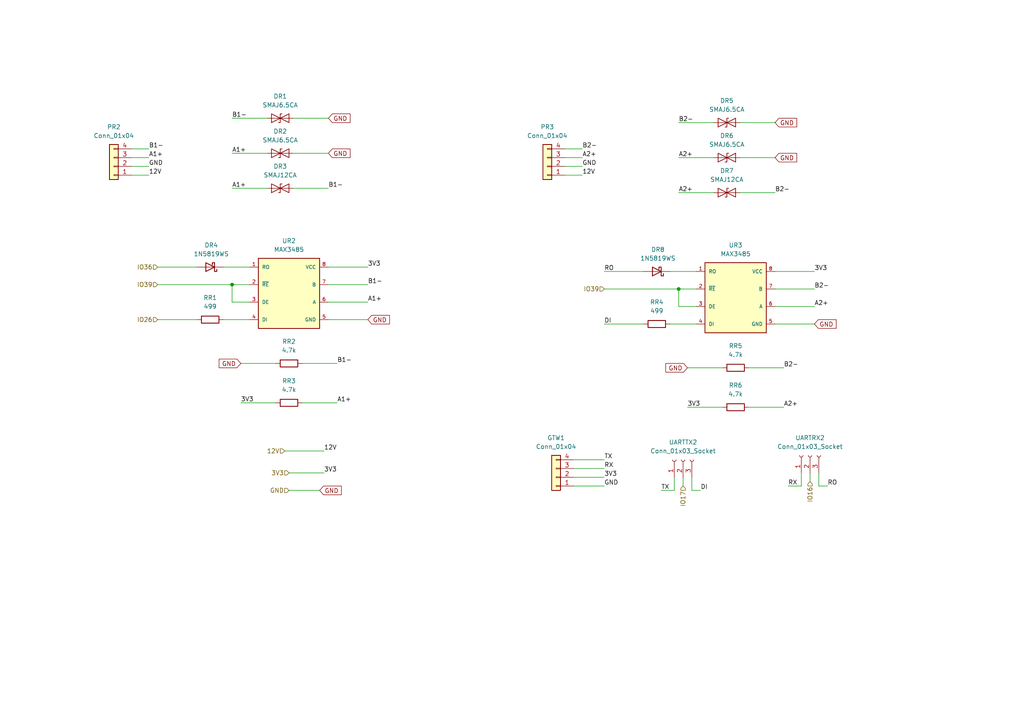
<source format=kicad_sch>
(kicad_sch (version 20250114) (generator "eeschema") (generator_version "9.0")
  (paper "A4")
  (lib_symbols
    (symbol "Connector:Conn_01x03_Socket" (pin_names (offset 1.016) (hide yes))
      (property "Reference" "J" (at 0 5.08 0))
      (property "Value" "Conn_01x03_Socket" (at 0 -5.08 0))
      (symbol "Conn_01x03_Socket_1_1"
        (polyline (pts (xy -1.27 2.54) (xy -0.508 2.54)) (stroke (width 0.1524)))
        (polyline (pts (xy -1.27 0) (xy -0.508 0)) (stroke (width 0.1524)))
        (polyline (pts (xy -1.27 -2.54) (xy -0.508 -2.54)) (stroke (width 0.1524)))
        (arc (start 0 2.032) (mid -0.5058 2.54) (end 0 3.048) (stroke (width 0.1524)))
        (arc (start 0 -0.508) (mid -0.5058 0) (end 0 0.508) (stroke (width 0.1524)))
        (arc (start 0 -3.048) (mid -0.5058 -2.54) (end 0 -2.032) (stroke (width 0.1524)))
        (pin passive line (at -5.08 2.54 0) (length 3.81) (name "Pin_1") (number "1"))
        (pin passive line (at -5.08 0 0) (length 3.81) (name "Pin_2") (number "2"))
        (pin passive line (at -5.08 -2.54 0) (length 3.81) (name "Pin_3") (number "3"))
      )
    )
    (symbol "Connector_Generic:Conn_01x04" (pin_names (offset 1.016) (hide yes))
      (property "Reference" "J" (at 0 5.08 0))
      (property "Value" "Conn_01x04" (at 0 -7.62 0))
      (symbol "Conn_01x04_1_1"
        (rectangle (start -1.27 3.81) (end 1.27 -6.35) (stroke (width 0.254)) (fill (type background)))
        (rectangle (start -1.27 2.667) (end 0 2.413) (stroke (width 0.1524)))
        (rectangle (start -1.27 0.127) (end 0 -0.127) (stroke (width 0.1524)))
        (rectangle (start -1.27 -2.413) (end 0 -2.667) (stroke (width 0.1524)))
        (rectangle (start -1.27 -4.953) (end 0 -5.207) (stroke (width 0.1524)))
        (pin passive line (at -5.08 2.54 0) (length 3.81) (name "Pin_1") (number "1"))
        (pin passive line (at -5.08 0 0) (length 3.81) (name "Pin_2") (number "2"))
        (pin passive line (at -5.08 -2.54 0) (length 3.81) (name "Pin_3") (number "3"))
        (pin passive line (at -5.08 -5.08 0) (length 3.81) (name "Pin_4") (number "4"))
      )
    )
    (symbol "Device:R" (pin_numbers (hide yes)) (pin_names (offset 0))
      (property "Reference" "R" (at 2.032 0 90))
      (property "Value" "R" (at 0 0 90))
      (symbol "R_0_1"
        (rectangle (start -1.016 -2.54) (end 1.016 2.54) (stroke (width 0.254)))
      )
      (symbol "R_1_1"
        (pin passive line (at 0 3.81 270) (length 1.27) (name "~") (number "1"))
        (pin passive line (at 0 -3.81 90) (length 1.27) (name "~") (number "2"))
      )
    )
    (symbol "Diode:1N5819WS" (pin_numbers (hide yes)) (pin_names (offset 1.016) (hide yes))
      (property "Reference" "D" (at 0 2.54 0))
      (property "Value" "1N5819WS" (at 0 -2.54 0))
      (symbol "1N5819WS_0_1"
        (polyline (pts (xy -1.905 0.635) (xy -1.905 1.27) (xy -1.27 1.27) (xy -1.27 -1.27) (xy -0.635 -1.27) (xy -0.635 -0.635)) (stroke (width 0.254)))
        (polyline (pts (xy 1.27 1.27) (xy 1.27 -1.27) (xy -1.27 0) (xy 1.27 1.27)) (stroke (width 0.254)))
        (polyline (pts (xy 1.27 0) (xy -1.27 0)))
      )
      (symbol "1N5819WS_1_1"
        (pin passive line (at -3.81 0 0) (length 2.54) (name "K") (number "1"))
        (pin passive line (at 3.81 0 180) (length 2.54) (name "A") (number "2"))
      )
    )
    (symbol "Diode:SMAJ12CA" (pin_numbers (hide yes)) (pin_names (offset 1.016) (hide yes))
      (property "Reference" "D" (at 0 2.54 0))
      (property "Value" "SMAJ12CA" (at 0 -2.54 0))
      (symbol "SMAJ12CA_0_1"
        (polyline (pts (xy -2.54 -1.27) (xy 0 0) (xy -2.54 1.27) (xy -2.54 -1.27)) (stroke (width 0.2032)))
        (polyline (pts (xy 0.508 1.27) (xy 0 1.27) (xy 0 -1.27) (xy -0.508 -1.27)) (stroke (width 0.2032)))
        (polyline (pts (xy 1.27 0) (xy -1.27 0)))
        (polyline (pts (xy 2.54 1.27) (xy 2.54 -1.27) (xy 0 0) (xy 2.54 1.27)) (stroke (width 0.2032)))
      )
      (symbol "SMAJ12CA_1_1"
        (pin passive line (at -3.81 0 0) (length 2.54) (name "A1") (number "1"))
        (pin passive line (at 3.81 0 180) (length 2.54) (name "A2") (number "2"))
      )
    )
    (symbol "Diode:SMAJ6.5CA" (pin_numbers (hide yes)) (pin_names (offset 1.016) (hide yes))
      (property "Reference" "D" (at 0 2.54 0))
      (property "Value" "SMAJ6.5CA" (at 0 -2.54 0))
      (symbol "SMAJ6.5CA_0_1"
        (polyline (pts (xy -2.54 -1.27) (xy 0 0) (xy -2.54 1.27) (xy -2.54 -1.27)) (stroke (width 0.2032)))
        (polyline (pts (xy 0.508 1.27) (xy 0 1.27) (xy 0 -1.27) (xy -0.508 -1.27)) (stroke (width 0.2032)))
        (polyline (pts (xy 1.27 0) (xy -1.27 0)))
        (polyline (pts (xy 2.54 1.27) (xy 2.54 -1.27) (xy 0 0) (xy 2.54 1.27)) (stroke (width 0.2032)))
      )
      (symbol "SMAJ6.5CA_1_1"
        (pin passive line (at -3.81 0 0) (length 2.54) (name "A1") (number "1"))
        (pin passive line (at 3.81 0 180) (length 2.54) (name "A2") (number "2"))
      )
    )
    (symbol "MAX3485:MAX3485" (pin_names (offset 1.016))
      (property "Reference" "U" (at -7.62 10.922 0))
      (property "Value" "MAX3485" (at -7.62 -12.7 0))
      (symbol "MAX3485_0_0"
        (rectangle (start -7.62 -10.16) (end 10.16 10.16) (stroke (width 0.254)) (fill (type background)))
        (pin bidirectional line (at -10.16 7.62 0) (length 2.54) (name "RO") (number "1"))
        (pin bidirectional line (at -10.16 2.54 0) (length 2.54) (name "~{RE}") (number "2"))
        (pin bidirectional line (at -10.16 -2.54 0) (length 2.54) (name "DE") (number "3"))
        (pin bidirectional line (at -10.16 -7.62 0) (length 2.54) (name "DI") (number "4"))
        (pin bidirectional line (at 12.7 7.62 180) (length 2.54) (name "VCC") (number "8"))
        (pin bidirectional line (at 12.7 2.54 180) (length 2.54) (name "B") (number "7"))
        (pin bidirectional line (at 12.7 -2.54 180) (length 2.54) (name "A") (number "6"))
        (pin bidirectional line (at 12.7 -7.62 180) (length 2.54) (name "GND") (number "5"))
      )
    )
  )
  (junction (at 67.31 82.55))
  (junction (at 196.85 83.82))
  (wire (pts (xy 85.09 54.61) (xy 95.25 54.61)))
  (wire (pts (xy 234.95 137.16) (xy 234.95 139.7)))
  (wire (pts (xy 232.41 137.16) (xy 232.41 140.97)))
  (wire (pts (xy 200.66 138.43) (xy 200.66 142.24)))
  (wire (pts (xy 67.31 54.61) (xy 77.47 54.61)))
  (wire (pts (xy 95.25 87.63) (xy 106.68 87.63)))
  (wire (pts (xy 175.26 78.74) (xy 186.69 78.74)))
  (wire (pts (xy 69.85 116.84) (xy 80.01 116.84)))
  (wire (pts (xy 38.1 43.18) (xy 43.18 43.18)))
  (wire (pts (xy 237.49 137.16) (xy 237.49 140.97)))
  (wire (pts (xy 196.85 83.82) (xy 196.85 88.9)))
  (wire (pts (xy 163.83 50.8) (xy 168.91 50.8)))
  (wire (pts (xy 199.39 106.68) (xy 209.55 106.68)))
  (wire (pts (xy 87.63 116.84) (xy 97.79 116.84)))
  (wire (pts (xy 163.83 48.26) (xy 168.91 48.26)))
  (wire (pts (xy 95.25 77.47) (xy 106.68 77.47)))
  (wire (pts (xy 67.31 87.63) (xy 72.39 87.63)))
  (wire (pts (xy 224.79 83.82) (xy 236.22 83.82)))
  (wire (pts (xy 175.26 83.82) (xy 196.85 83.82)))
  (wire (pts (xy 166.37 133.35) (xy 175.26 133.35)))
  (wire (pts (xy 175.26 93.98) (xy 186.69 93.98)))
  (wire (pts (xy 195.58 142.24) (xy 191.77 142.24)))
  (wire (pts (xy 45.72 77.47) (xy 57.15 77.47)))
  (wire (pts (xy 194.31 93.98) (xy 201.93 93.98)))
  (wire (pts (xy 166.37 135.89) (xy 175.26 135.89)))
  (wire (pts (xy 67.31 82.55) (xy 67.31 87.63)))
  (wire (pts (xy 82.55 130.81) (xy 93.98 130.81)))
  (wire (pts (xy 83.82 142.24) (xy 92.71 142.24)))
  (wire (pts (xy 214.63 55.88) (xy 224.79 55.88)))
  (wire (pts (xy 194.31 78.74) (xy 201.93 78.74)))
  (wire (pts (xy 237.49 140.97) (xy 240.03 140.97)))
  (wire (pts (xy 163.83 45.72) (xy 168.91 45.72)))
  (wire (pts (xy 95.25 82.55) (xy 106.68 82.55)))
  (wire (pts (xy 224.79 78.74) (xy 236.22 78.74)))
  (wire (pts (xy 200.66 142.24) (xy 203.2 142.24)))
  (wire (pts (xy 163.83 43.18) (xy 168.91 43.18)))
  (wire (pts (xy 196.85 55.88) (xy 207.01 55.88)))
  (wire (pts (xy 67.31 44.45) (xy 77.47 44.45)))
  (wire (pts (xy 198.12 138.43) (xy 198.12 140.97)))
  (wire (pts (xy 38.1 45.72) (xy 43.18 45.72)))
  (wire (pts (xy 166.37 138.43) (xy 175.26 138.43)))
  (wire (pts (xy 196.85 35.56) (xy 207.01 35.56)))
  (wire (pts (xy 195.58 138.43) (xy 195.58 142.24)))
  (wire (pts (xy 72.39 82.55) (xy 67.31 82.55)))
  (wire (pts (xy 69.85 105.41) (xy 80.01 105.41)))
  (wire (pts (xy 217.17 106.68) (xy 227.33 106.68)))
  (wire (pts (xy 217.17 118.11) (xy 227.33 118.11)))
  (wire (pts (xy 224.79 88.9) (xy 236.22 88.9)))
  (wire (pts (xy 87.63 105.41) (xy 97.79 105.41)))
  (wire (pts (xy 214.63 45.72) (xy 224.79 45.72)))
  (wire (pts (xy 64.77 77.47) (xy 72.39 77.47)))
  (wire (pts (xy 214.63 35.56) (xy 224.79 35.56)))
  (wire (pts (xy 95.25 92.71) (xy 106.68 92.71)))
  (wire (pts (xy 201.93 83.82) (xy 196.85 83.82)))
  (wire (pts (xy 166.37 140.97) (xy 175.26 140.97)))
  (wire (pts (xy 85.09 34.29) (xy 95.25 34.29)))
  (wire (pts (xy 199.39 118.11) (xy 209.55 118.11)))
  (wire (pts (xy 67.31 34.29) (xy 77.47 34.29)))
  (wire (pts (xy 224.79 93.98) (xy 236.22 93.98)))
  (wire (pts (xy 85.09 44.45) (xy 95.25 44.45)))
  (wire (pts (xy 196.85 45.72) (xy 207.01 45.72)))
  (wire (pts (xy 38.1 48.26) (xy 43.18 48.26)))
  (wire (pts (xy 83.82 137.16) (xy 93.98 137.16)))
  (wire (pts (xy 45.72 82.55) (xy 67.31 82.55)))
  (wire (pts (xy 45.72 92.71) (xy 57.15 92.71)))
  (wire (pts (xy 196.85 88.9) (xy 201.93 88.9)))
  (wire (pts (xy 38.1 50.8) (xy 43.18 50.8)))
  (wire (pts (xy 232.41 140.97) (xy 228.6 140.97)))
  (wire (pts (xy 64.77 92.71) (xy 72.39 92.71)))
  (label "RO" (at 240.03 140.97 0))
  (label "A1+" (at 97.79 116.84 0))
  (label "3V3" (at 93.98 137.16 0))
  (label "RX" (at 228.6 140.97 0))
  (label "3V3" (at 199.39 118.11 0))
  (label "GND" (at 168.91 48.26 0))
  (label "B2-" (at 168.91 43.18 0))
  (label "B2-" (at 196.85 35.56 0))
  (label "B1-" (at 106.68 82.55 0))
  (label "A1+" (at 43.18 45.72 0))
  (label "A2+" (at 196.85 55.88 0))
  (label "A2+" (at 227.33 118.11 0))
  (label "A1+" (at 106.68 87.63 0))
  (label "TX" (at 191.77 142.24 0))
  (label "3V3" (at 69.85 116.84 0))
  (label "TX" (at 175.26 133.35 0))
  (label "B1-" (at 67.31 34.29 0))
  (label "B2-" (at 224.79 55.88 0))
  (label "3V3" (at 106.68 77.47 0))
  (label "DI" (at 175.26 93.98 0))
  (label "3V3" (at 175.26 138.43 0))
  (label "3V3" (at 236.22 78.74 0))
  (label "A2+" (at 236.22 88.9 0))
  (label "B1-" (at 95.25 54.61 0))
  (label "B1-" (at 97.79 105.41 0))
  (label "A1+" (at 67.31 54.61 0))
  (label "B1-" (at 43.18 43.18 0))
  (label "A1+" (at 67.31 44.45 0))
  (label "B2-" (at 227.33 106.68 0))
  (label "DI" (at 203.2 142.24 0))
  (label "12V" (at 168.91 50.8 0))
  (label "RO" (at 175.26 78.74 0))
  (label "B2-" (at 236.22 83.82 0))
  (label "12V" (at 43.18 50.8 0))
  (label "GND" (at 175.26 140.97 0))
  (label "GND" (at 43.18 48.26 0))
  (label "12V" (at 93.98 130.81 0))
  (label "A2+" (at 196.85 45.72 0))
  (label "A2+" (at 168.91 45.72 0))
  (label "RX" (at 175.26 135.89 0))
  (global_label "GND" (shape input) (at 69.85 105.41 180) (property "Intersheetrefs" "${INTERSHEET_REFS}" (effects (hide yes))))
  (global_label "GND" (shape input) (at 236.22 93.98 0) (property "Intersheetrefs" "${INTERSHEET_REFS}" (effects (hide yes))))
  (global_label "GND" (shape input) (at 199.39 106.68 180) (property "Intersheetrefs" "${INTERSHEET_REFS}" (effects (hide yes))))
  (global_label "GND" (shape input) (at 224.79 35.56 0) (property "Intersheetrefs" "${INTERSHEET_REFS}" (effects (hide yes))))
  (global_label "GND" (shape input) (at 95.25 34.29 0) (property "Intersheetrefs" "${INTERSHEET_REFS}" (effects (hide yes))))
  (global_label "GND" (shape input) (at 95.25 44.45 0) (property "Intersheetrefs" "${INTERSHEET_REFS}" (effects (hide yes))))
  (global_label "GND" (shape input) (at 224.79 45.72 0) (property "Intersheetrefs" "${INTERSHEET_REFS}" (effects (hide yes))))
  (global_label "GND" (shape input) (at 106.68 92.71 0) (property "Intersheetrefs" "${INTERSHEET_REFS}" (effects (hide yes))))
  (global_label "GND" (shape input) (at 92.71 142.24 0) (property "Intersheetrefs" "${INTERSHEET_REFS}" (effects (hide yes))))
  (hierarchical_label "IO36" (shape input) (at 45.72 77.47 180))
  (hierarchical_label "IO17" (shape input) (at 198.12 140.97 270))
  (hierarchical_label "IO16" (shape input) (at 234.95 139.7 270))
  (hierarchical_label "IO26" (shape input) (at 45.72 92.71 180))
  (hierarchical_label "GND" (shape input) (at 83.82 142.24 180))
  (hierarchical_label "3V3" (shape input) (at 83.82 137.16 180))
  (hierarchical_label "IO39" (shape input) (at 175.26 83.82 180))
  (hierarchical_label "IO39" (shape input) (at 45.72 82.55 180))
  (hierarchical_label "12V" (shape input) (at 82.55 130.81 180))
  (symbol (lib_id "Diode:1N5819WS") (at 190.5 78.74 180) (unit 1)
    (property "Reference" "DR8" (at 190.8175 72.39 0))
    (property "Value" "1N5819WS" (at 190.8175 74.93 0))
    (property "Footprint" "Diode_SMD:D_SOD-323" (effects (hide yes)))
    (property "Datasheet" "https://datasheet.lcsc.com/lcsc/2204281430_Guangdong-Hottech-1N5819WS_C191023.pdf" (effects (hide yes)))
    (property "Description" "40V 600mV@1A 1A SOD-323 Schottky Barrier Diodes, SOD-323" (effects (hide yes)))
  )
  (symbol (lib_id "MAX3485:MAX3485") (at 212.09 86.36 0) (unit 1)
    (property "Reference" "UR3" (at 213.36 71.12 0))
    (property "Value" "MAX3485" (at 213.36 73.66 0))
    (property "Footprint" "MAX3485:SOP8" (effects (hide yes)))
    (property "MF" "Maxim Integrated" (effects (hide yes)))
    (property "Description_1" "3.3V-Powered, 10Mbps and Slew-Rate-Limited True RS-485/RS-422 Transceivers" (effects (hide yes)))
    (property "Package" "None" (effects (hide yes)))
    (property "Price" "None" (effects (hide yes)))
    (property "SnapEDA_Link" "https://www.snapeda.com/parts/MAX3485/Maxim+Integrated/view-part/?ref=snap" (effects (hide yes)))
    (property "MP" "MAX3485" (effects (hide yes)))
    (property "Availability" "In Stock" (effects (hide yes)))
    (property "Check_prices" "https://www.snapeda.com/parts/MAX3485/Maxim+Integrated/view-part/?ref=eda" (effects (hide yes)))
  )
  (symbol (lib_id "Connector_Generic:Conn_01x04") (at 161.29 138.43 180) (unit 1)
    (property "Reference" "GTW1" (at 161.29 127 0))
    (property "Value" "Conn_01x04" (at 161.29 129.54 0))
    (property "Footprint" "Connector_PinHeader_2.54mm:PinHeader_1x04_P2.54mm_Vertical" (effects (hide yes)))
    (property "Description" "Generic connector, single row, 01x04, script generated (kicad-library-utils/schlib/autogen/connector/)" (effects (hide yes)))
  )
  (symbol (lib_id "Diode:SMAJ6.5CA") (at 81.28 44.45 0) (unit 1)
    (property "Reference" "DR2" (at 81.28 38.1 0))
    (property "Value" "SMAJ6.5CA" (at 81.28 40.64 0))
    (property "Footprint" "Diode_SMD:D_SMA" (effects (hide yes)))
    (property "Datasheet" "https://www.littelfuse.com/media?resourcetype=datasheets&itemid=75e32973-b177-4ee3-a0ff-cedaf1abdb93&filename=smaj-datasheet" (effects (hide yes)))
    (property "Description" "400W bidirectional Transient Voltage Suppressor, 6.5Vr, SMA(DO-214AC)" (effects (hide yes)))
  )
  (symbol (lib_id "Device:R") (at 213.36 106.68 90) (unit 1)
    (property "Reference" "RR5" (at 213.36 100.33 90))
    (property "Value" "4.7k" (at 213.36 102.87 90))
    (property "Footprint" "Resistor_SMD:R_1206_3216Metric_Pad1.30x1.75mm_HandSolder" (effects (hide yes)))
    (property "Description" "Resistor" (effects (hide yes)))
  )
  (symbol (lib_id "Diode:1N5819WS") (at 60.96 77.47 180) (unit 1)
    (property "Reference" "DR4" (at 61.2775 71.12 0))
    (property "Value" "1N5819WS" (at 61.2775 73.66 0))
    (property "Footprint" "Diode_SMD:D_SOD-323" (effects (hide yes)))
    (property "Datasheet" "https://datasheet.lcsc.com/lcsc/2204281430_Guangdong-Hottech-1N5819WS_C191023.pdf" (effects (hide yes)))
    (property "Description" "40V 600mV@1A 1A SOD-323 Schottky Barrier Diodes, SOD-323" (effects (hide yes)))
  )
  (symbol (lib_id "Device:R") (at 83.82 116.84 90) (unit 1)
    (property "Reference" "RR3" (at 83.82 110.49 90))
    (property "Value" "4.7k" (at 83.82 113.03 90))
    (property "Footprint" "Resistor_SMD:R_1206_3216Metric_Pad1.30x1.75mm_HandSolder" (effects (hide yes)))
    (property "Description" "Resistor" (effects (hide yes)))
  )
  (symbol (lib_id "Connector_Generic:Conn_01x04") (at 33.02 48.26 180) (unit 1)
    (property "Reference" "PR2" (at 33.02 36.83 0))
    (property "Value" "Conn_01x04" (at 33.02 39.37 0))
    (property "Footprint" "TerminalBlock_Phoenix:TerminalBlock_Phoenix_MKDS-1,5-4_1x04_P5.00mm_Horizontal" (effects (hide yes)))
    (property "Description" "Generic connector, single row, 01x04, script generated (kicad-library-utils/schlib/autogen/connector/)" (effects (hide yes)))
  )
  (symbol (lib_id "Connector:Conn_01x03_Socket") (at 234.95 132.08 90) (unit 1)
    (property "Reference" "UARTRX2" (at 234.95 127 90))
    (property "Value" "Conn_01x03_Socket" (at 234.95 129.54 90))
    (property "Footprint" "Connector_PinHeader_2.54mm:PinHeader_1x03_P2.54mm_Vertical" (effects (hide yes)))
    (property "Description" "Generic connector, single row, 01x03, script generated" (effects (hide yes)))
  )
  (symbol (lib_id "Diode:SMAJ6.5CA") (at 210.82 45.72 0) (unit 1)
    (property "Reference" "DR6" (at 210.82 39.37 0))
    (property "Value" "SMAJ6.5CA" (at 210.82 41.91 0))
    (property "Footprint" "Diode_SMD:D_SMA" (effects (hide yes)))
    (property "Datasheet" "https://www.littelfuse.com/media?resourcetype=datasheets&itemid=75e32973-b177-4ee3-a0ff-cedaf1abdb93&filename=smaj-datasheet" (effects (hide yes)))
    (property "Description" "400W bidirectional Transient Voltage Suppressor, 6.5Vr, SMA(DO-214AC)" (effects (hide yes)))
  )
  (symbol (lib_id "Diode:SMAJ6.5CA") (at 210.82 35.56 0) (unit 1)
    (property "Reference" "DR5" (at 210.82 29.21 0))
    (property "Value" "SMAJ6.5CA" (at 210.82 31.75 0))
    (property "Footprint" "Diode_SMD:D_SMA" (effects (hide yes)))
    (property "Datasheet" "https://www.littelfuse.com/media?resourcetype=datasheets&itemid=75e32973-b177-4ee3-a0ff-cedaf1abdb93&filename=smaj-datasheet" (effects (hide yes)))
    (property "Description" "400W bidirectional Transient Voltage Suppressor, 6.5Vr, SMA(DO-214AC)" (effects (hide yes)))
  )
  (symbol (lib_id "Connector:Conn_01x03_Socket") (at 198.12 133.35 90) (unit 1)
    (property "Reference" "UARTTX2" (at 198.12 128.27 90))
    (property "Value" "Conn_01x03_Socket" (at 198.12 130.81 90))
    (property "Footprint" "Connector_PinHeader_2.54mm:PinHeader_1x03_P2.54mm_Vertical" (effects (hide yes)))
    (property "Description" "Generic connector, single row, 01x03, script generated" (effects (hide yes)))
  )
  (symbol (lib_id "Connector_Generic:Conn_01x04") (at 158.75 48.26 180) (unit 1)
    (property "Reference" "PR3" (at 158.75 36.83 0))
    (property "Value" "Conn_01x04" (at 158.75 39.37 0))
    (property "Footprint" "TerminalBlock_Phoenix:TerminalBlock_Phoenix_MKDS-1,5-4_1x04_P5.00mm_Horizontal" (effects (hide yes)))
    (property "Description" "Generic connector, single row, 01x04, script generated (kicad-library-utils/schlib/autogen/connector/)" (effects (hide yes)))
  )
  (symbol (lib_id "Diode:SMAJ12CA") (at 210.82 55.88 0) (unit 1)
    (property "Reference" "DR7" (at 210.82 49.53 0))
    (property "Value" "SMAJ12CA" (at 210.82 52.07 0))
    (property "Footprint" "Diode_SMD:D_SMA" (effects (hide yes)))
    (property "Datasheet" "https://www.littelfuse.com/media?resourcetype=datasheets&itemid=75e32973-b177-4ee3-a0ff-cedaf1abdb93&filename=smaj-datasheet" (effects (hide yes)))
    (property "Description" "400W bidirectional Transient Voltage Suppressor, 12.0Vr, SMA(DO-214AC)" (effects (hide yes)))
  )
  (symbol (lib_id "MAX3485:MAX3485") (at 82.55 85.09 0) (unit 1)
    (property "Reference" "UR2" (at 83.82 69.85 0))
    (property "Value" "MAX3485" (at 83.82 72.39 0))
    (property "Footprint" "MAX3485:SOP8" (effects (hide yes)))
    (property "MF" "Maxim Integrated" (effects (hide yes)))
    (property "Description_1" "3.3V-Powered, 10Mbps and Slew-Rate-Limited True RS-485/RS-422 Transceivers" (effects (hide yes)))
    (property "Package" "None" (effects (hide yes)))
    (property "Price" "None" (effects (hide yes)))
    (property "SnapEDA_Link" "https://www.snapeda.com/parts/MAX3485/Maxim+Integrated/view-part/?ref=snap" (effects (hide yes)))
    (property "MP" "MAX3485" (effects (hide yes)))
    (property "Availability" "In Stock" (effects (hide yes)))
    (property "Check_prices" "https://www.snapeda.com/parts/MAX3485/Maxim+Integrated/view-part/?ref=eda" (effects (hide yes)))
  )
  (symbol (lib_id "Device:R") (at 60.96 92.71 90) (unit 1)
    (property "Reference" "RR1" (at 60.96 86.36 90))
    (property "Value" "499" (at 60.96 88.9 90))
    (property "Footprint" "Resistor_SMD:R_1206_3216Metric_Pad1.30x1.75mm_HandSolder" (effects (hide yes)))
    (property "Description" "Resistor" (effects (hide yes)))
  )
  (symbol (lib_id "Diode:SMAJ6.5CA") (at 81.28 34.29 0) (unit 1)
    (property "Reference" "DR1" (at 81.28 27.94 0))
    (property "Value" "SMAJ6.5CA" (at 81.28 30.48 0))
    (property "Footprint" "Diode_SMD:D_SMA" (effects (hide yes)))
    (property "Datasheet" "https://www.littelfuse.com/media?resourcetype=datasheets&itemid=75e32973-b177-4ee3-a0ff-cedaf1abdb93&filename=smaj-datasheet" (effects (hide yes)))
    (property "Description" "400W bidirectional Transient Voltage Suppressor, 6.5Vr, SMA(DO-214AC)" (effects (hide yes)))
  )
  (symbol (lib_id "Device:R") (at 83.82 105.41 90) (unit 1)
    (property "Reference" "RR2" (at 83.82 99.06 90))
    (property "Value" "4.7k" (at 83.82 101.6 90))
    (property "Footprint" "Resistor_SMD:R_1206_3216Metric_Pad1.30x1.75mm_HandSolder" (effects (hide yes)))
    (property "Description" "Resistor" (effects (hide yes)))
  )
  (symbol (lib_id "Diode:SMAJ12CA") (at 81.28 54.61 0) (unit 1)
    (property "Reference" "DR3" (at 81.28 48.26 0))
    (property "Value" "SMAJ12CA" (at 81.28 50.8 0))
    (property "Footprint" "Diode_SMD:D_SMA" (effects (hide yes)))
    (property "Datasheet" "https://www.littelfuse.com/media?resourcetype=datasheets&itemid=75e32973-b177-4ee3-a0ff-cedaf1abdb93&filename=smaj-datasheet" (effects (hide yes)))
    (property "Description" "400W bidirectional Transient Voltage Suppressor, 12.0Vr, SMA(DO-214AC)" (effects (hide yes)))
  )
  (symbol (lib_id "Device:R") (at 213.36 118.11 90) (unit 1)
    (property "Reference" "RR6" (at 213.36 111.76 90))
    (property "Value" "4.7k" (at 213.36 114.3 90))
    (property "Footprint" "Resistor_SMD:R_1206_3216Metric_Pad1.30x1.75mm_HandSolder" (effects (hide yes)))
    (property "Description" "Resistor" (effects (hide yes)))
  )
  (symbol (lib_id "Device:R") (at 190.5 93.98 90) (unit 1)
    (property "Reference" "RR4" (at 190.5 87.63 90))
    (property "Value" "499" (at 190.5 90.17 90))
    (property "Footprint" "Resistor_SMD:R_1206_3216Metric_Pad1.30x1.75mm_HandSolder" (effects (hide yes)))
    (property "Description" "Resistor" (effects (hide yes)))
  )
)
</source>
